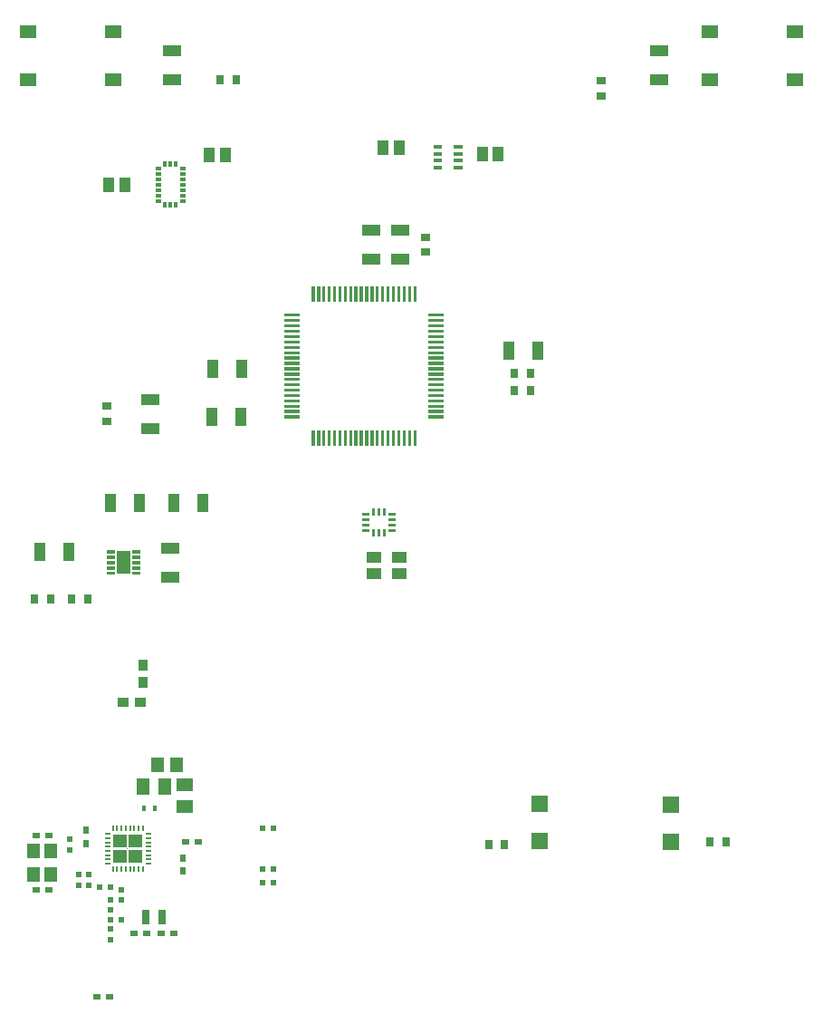
<source format=gtp>
G04 Layer_Color=8421504*
%FSLAX44Y44*%
%MOMM*%
G71*
G01*
G75*
%ADD10R,0.7000X0.9000*%
%ADD11R,1.7000X1.1000*%
%ADD12R,1.1000X1.7000*%
%ADD13R,0.9000X0.7000*%
%ADD15R,0.6000X0.3000*%
%ADD16R,0.3000X0.6000*%
%ADD19R,1.5500X1.3000*%
%ADD20R,0.7000X1.4000*%
%ADD21R,0.6000X0.5000*%
%ADD22R,0.6000X0.5500*%
%ADD23R,0.9500X1.0000*%
%ADD24R,1.1500X1.4500*%
%ADD27R,0.8000X0.6000*%
%ADD28R,0.6000X0.5000*%
%ADD29R,0.5000X0.6000*%
%ADD30R,1.6002X1.2700*%
%ADD31R,0.3810X0.6096*%
%ADD32R,1.2700X1.6002*%
%ADD33R,0.6000X0.8000*%
%ADD34R,1.0000X0.9500*%
%ADD35R,1.1500X1.4000*%
%ADD37O,0.6000X0.2000*%
%ADD38O,0.2000X0.6000*%
%ADD39R,1.1000X1.4000*%
%ADD40R,1.4000X1.1000*%
%ADD43R,0.9000X0.8000*%
%ADD46R,1.5000X1.5000*%
%ADD79R,0.0254X0.0254*%
G36*
X468757Y573024D02*
X465963D01*
Y587756D01*
X468757D01*
Y573024D01*
D02*
G37*
G36*
X463677D02*
X460883D01*
Y587756D01*
X463677D01*
Y573024D01*
D02*
G37*
G36*
X458851D02*
X456057D01*
Y587756D01*
X458851D01*
Y573024D01*
D02*
G37*
G36*
X473837D02*
X471043D01*
Y587756D01*
X473837D01*
Y573024D01*
D02*
G37*
G36*
X488823D02*
X486029D01*
Y587756D01*
X488823D01*
Y573024D01*
D02*
G37*
G36*
X483743D02*
X480949D01*
Y587756D01*
X483743D01*
Y573024D01*
D02*
G37*
G36*
X478917D02*
X476123D01*
Y587756D01*
X478917D01*
Y573024D01*
D02*
G37*
G36*
X433705D02*
X430911D01*
Y587756D01*
X433705D01*
Y573024D01*
D02*
G37*
G36*
X428879D02*
X426085D01*
Y587756D01*
X428879D01*
Y573024D01*
D02*
G37*
G36*
X423799D02*
X421005D01*
Y587756D01*
X423799D01*
Y573024D01*
D02*
G37*
G36*
X438785D02*
X435991D01*
Y587756D01*
X438785D01*
Y573024D01*
D02*
G37*
G36*
X453771D02*
X450977D01*
Y587756D01*
X453771D01*
Y573024D01*
D02*
G37*
G36*
X448691D02*
X445897D01*
Y587756D01*
X448691D01*
Y573024D01*
D02*
G37*
G36*
X443865D02*
X441071D01*
Y587756D01*
X443865D01*
Y573024D01*
D02*
G37*
G36*
X493903D02*
X491109D01*
Y587756D01*
X493903D01*
Y573024D01*
D02*
G37*
G36*
X409956Y608711D02*
X395224D01*
Y611505D01*
X409956D01*
Y608711D01*
D02*
G37*
G36*
X544576Y603885D02*
X529844D01*
Y606679D01*
X544576D01*
Y603885D01*
D02*
G37*
G36*
X409956D02*
X395224D01*
Y606679D01*
X409956D01*
Y603885D01*
D02*
G37*
G36*
X544576Y608711D02*
X529844D01*
Y611505D01*
X544576D01*
Y608711D01*
D02*
G37*
G36*
X409956Y618871D02*
X395224D01*
Y621665D01*
X409956D01*
Y618871D01*
D02*
G37*
G36*
X544576Y613791D02*
X529844D01*
Y616585D01*
X544576D01*
Y613791D01*
D02*
G37*
G36*
X409956D02*
X395224D01*
Y616585D01*
X409956D01*
Y613791D01*
D02*
G37*
G36*
X508889Y573024D02*
X506095D01*
Y587756D01*
X508889D01*
Y573024D01*
D02*
G37*
G36*
X503809D02*
X501015D01*
Y587756D01*
X503809D01*
Y573024D01*
D02*
G37*
G36*
X498729D02*
X495935D01*
Y587756D01*
X498729D01*
Y573024D01*
D02*
G37*
G36*
X513715D02*
X510921D01*
Y587756D01*
X513715D01*
Y573024D01*
D02*
G37*
G36*
X544576Y598805D02*
X529844D01*
Y601599D01*
X544576D01*
Y598805D01*
D02*
G37*
G36*
X409956D02*
X395224D01*
Y601599D01*
X409956D01*
Y598805D01*
D02*
G37*
G36*
X518795Y573024D02*
X516001D01*
Y587756D01*
X518795D01*
Y573024D01*
D02*
G37*
G36*
X236618Y462476D02*
X228998D01*
Y465524D01*
X236618D01*
Y462476D01*
D02*
G37*
G36*
X261002Y457396D02*
X253382D01*
Y460444D01*
X261002D01*
Y457396D01*
D02*
G37*
G36*
X236618D02*
X228998D01*
Y460444D01*
X236618D01*
Y457396D01*
D02*
G37*
G36*
X261002Y462476D02*
X253382D01*
Y465524D01*
X261002D01*
Y462476D01*
D02*
G37*
G36*
X236618Y472382D02*
X228998D01*
Y475430D01*
X236618D01*
Y472382D01*
D02*
G37*
G36*
X261002Y467556D02*
X253382D01*
Y470604D01*
X261002D01*
Y467556D01*
D02*
G37*
G36*
X236618D02*
X228998D01*
Y470604D01*
X236618D01*
Y467556D01*
D02*
G37*
G36*
X248000Y197640D02*
X235710D01*
Y209930D01*
X248000D01*
Y197640D01*
D02*
G37*
G36*
X262290Y183350D02*
X250000D01*
Y195640D01*
X262290D01*
Y183350D01*
D02*
G37*
G36*
X248000D02*
X235710D01*
Y195640D01*
X248000D01*
Y183350D01*
D02*
G37*
G36*
X262290Y197640D02*
X250000D01*
Y209930D01*
X262290D01*
Y197640D01*
D02*
G37*
G36*
X251477Y453459D02*
X238523D01*
Y474541D01*
X251477D01*
Y453459D01*
D02*
G37*
G36*
X261002Y452570D02*
X253382D01*
Y455618D01*
X261002D01*
Y452570D01*
D02*
G37*
G36*
X236618D02*
X228998D01*
Y455618D01*
X236618D01*
Y452570D01*
D02*
G37*
G36*
X261002Y472382D02*
X253382D01*
Y475430D01*
X261002D01*
Y472382D01*
D02*
G37*
G36*
X474596Y507830D02*
X467846D01*
Y510330D01*
X474596D01*
Y507830D01*
D02*
G37*
G36*
X499846Y502830D02*
X493096D01*
Y505330D01*
X499846D01*
Y502830D01*
D02*
G37*
G36*
X474596D02*
X467846D01*
Y505330D01*
X474596D01*
Y502830D01*
D02*
G37*
G36*
X499846Y507830D02*
X493096D01*
Y510330D01*
X499846D01*
Y507830D01*
D02*
G37*
G36*
X490096Y508330D02*
X487596D01*
Y515080D01*
X490096D01*
Y508330D01*
D02*
G37*
G36*
X485096D02*
X482596D01*
Y515080D01*
X485096D01*
Y508330D01*
D02*
G37*
G36*
X480096D02*
X477596D01*
Y515080D01*
X480096D01*
Y508330D01*
D02*
G37*
G36*
X490096Y488080D02*
X487596D01*
Y494830D01*
X490096D01*
Y488080D01*
D02*
G37*
G36*
X485096D02*
X482596D01*
Y494830D01*
X485096D01*
Y488080D01*
D02*
G37*
G36*
X480096D02*
X477596D01*
Y494830D01*
X480096D01*
Y488080D01*
D02*
G37*
G36*
X474596Y492830D02*
X467846D01*
Y495330D01*
X474596D01*
Y492830D01*
D02*
G37*
G36*
X499846Y497830D02*
X493096D01*
Y500330D01*
X499846D01*
Y497830D01*
D02*
G37*
G36*
X474596D02*
X467846D01*
Y500330D01*
X474596D01*
Y497830D01*
D02*
G37*
G36*
X499846Y492830D02*
X493096D01*
Y495330D01*
X499846D01*
Y492830D01*
D02*
G37*
G36*
X544576Y618871D02*
X529844D01*
Y621665D01*
X544576D01*
Y618871D01*
D02*
G37*
G36*
X463677Y707644D02*
X460883D01*
Y722376D01*
X463677D01*
Y707644D01*
D02*
G37*
G36*
X458851D02*
X456057D01*
Y722376D01*
X458851D01*
Y707644D01*
D02*
G37*
G36*
X453771D02*
X450977D01*
Y722376D01*
X453771D01*
Y707644D01*
D02*
G37*
G36*
X468757D02*
X465963D01*
Y722376D01*
X468757D01*
Y707644D01*
D02*
G37*
G36*
X483743D02*
X480949D01*
Y722376D01*
X483743D01*
Y707644D01*
D02*
G37*
G36*
X478917D02*
X476123D01*
Y722376D01*
X478917D01*
Y707644D01*
D02*
G37*
G36*
X473837D02*
X471043D01*
Y722376D01*
X473837D01*
Y707644D01*
D02*
G37*
G36*
X428879D02*
X426085D01*
Y722376D01*
X428879D01*
Y707644D01*
D02*
G37*
G36*
X423799D02*
X421005D01*
Y722376D01*
X423799D01*
Y707644D01*
D02*
G37*
G36*
X544576Y693801D02*
X529844D01*
Y696595D01*
X544576D01*
Y693801D01*
D02*
G37*
G36*
X433705Y707644D02*
X430911D01*
Y722376D01*
X433705D01*
Y707644D01*
D02*
G37*
G36*
X448691D02*
X445897D01*
Y722376D01*
X448691D01*
Y707644D01*
D02*
G37*
G36*
X443865D02*
X441071D01*
Y722376D01*
X443865D01*
Y707644D01*
D02*
G37*
G36*
X438785D02*
X435991D01*
Y722376D01*
X438785D01*
Y707644D01*
D02*
G37*
G36*
X488823D02*
X486029D01*
Y722376D01*
X488823D01*
Y707644D01*
D02*
G37*
G36*
X562000Y837750D02*
X554000D01*
Y841250D01*
X562000D01*
Y837750D01*
D02*
G37*
G36*
X543000D02*
X535000D01*
Y841250D01*
X543000D01*
Y837750D01*
D02*
G37*
G36*
X562000Y831250D02*
X554000D01*
Y834750D01*
X562000D01*
Y831250D01*
D02*
G37*
G36*
X543000Y844250D02*
X535000D01*
Y847750D01*
X543000D01*
Y844250D01*
D02*
G37*
G36*
X562000Y850750D02*
X554000D01*
Y854250D01*
X562000D01*
Y850750D01*
D02*
G37*
G36*
X543000D02*
X535000D01*
Y854250D01*
X543000D01*
Y850750D01*
D02*
G37*
G36*
X562000Y844250D02*
X554000D01*
Y847750D01*
X562000D01*
Y844250D01*
D02*
G37*
G36*
X503809Y707644D02*
X501015D01*
Y722376D01*
X503809D01*
Y707644D01*
D02*
G37*
G36*
X498729D02*
X495935D01*
Y722376D01*
X498729D01*
Y707644D01*
D02*
G37*
G36*
X493903D02*
X491109D01*
Y722376D01*
X493903D01*
Y707644D01*
D02*
G37*
G36*
X508889D02*
X506095D01*
Y722376D01*
X508889D01*
Y707644D01*
D02*
G37*
G36*
X543000Y831250D02*
X535000D01*
Y834750D01*
X543000D01*
Y831250D01*
D02*
G37*
G36*
X518795Y707644D02*
X516001D01*
Y722376D01*
X518795D01*
Y707644D01*
D02*
G37*
G36*
X513715D02*
X510921D01*
Y722376D01*
X513715D01*
Y707644D01*
D02*
G37*
G36*
X544576Y643763D02*
X529844D01*
Y646557D01*
X544576D01*
Y643763D01*
D02*
G37*
G36*
X409956D02*
X395224D01*
Y646557D01*
X409956D01*
Y643763D01*
D02*
G37*
G36*
X544576Y638683D02*
X529844D01*
Y641477D01*
X544576D01*
Y638683D01*
D02*
G37*
G36*
X409956Y648843D02*
X395224D01*
Y651637D01*
X409956D01*
Y648843D01*
D02*
G37*
G36*
X544576Y653923D02*
X529844D01*
Y656717D01*
X544576D01*
Y653923D01*
D02*
G37*
G36*
X409956D02*
X395224D01*
Y656717D01*
X409956D01*
Y653923D01*
D02*
G37*
G36*
X544576Y648843D02*
X529844D01*
Y651637D01*
X544576D01*
Y648843D01*
D02*
G37*
G36*
X409956Y628777D02*
X395224D01*
Y631571D01*
X409956D01*
Y628777D01*
D02*
G37*
G36*
X544576Y623697D02*
X529844D01*
Y626491D01*
X544576D01*
Y623697D01*
D02*
G37*
G36*
X409956D02*
X395224D01*
Y626491D01*
X409956D01*
Y623697D01*
D02*
G37*
G36*
X544576Y628777D02*
X529844D01*
Y631571D01*
X544576D01*
Y628777D01*
D02*
G37*
G36*
X409956Y638683D02*
X395224D01*
Y641477D01*
X409956D01*
Y638683D01*
D02*
G37*
G36*
X544576Y633857D02*
X529844D01*
Y636651D01*
X544576D01*
Y633857D01*
D02*
G37*
G36*
X409956D02*
X395224D01*
Y636651D01*
X409956D01*
Y633857D01*
D02*
G37*
G36*
Y658749D02*
X395224D01*
Y661543D01*
X409956D01*
Y658749D01*
D02*
G37*
G36*
Y683895D02*
X395224D01*
Y686689D01*
X409956D01*
Y683895D01*
D02*
G37*
G36*
X544576Y678815D02*
X529844D01*
Y681609D01*
X544576D01*
Y678815D01*
D02*
G37*
G36*
X409956D02*
X395224D01*
Y681609D01*
X409956D01*
Y678815D01*
D02*
G37*
G36*
X544576Y683895D02*
X529844D01*
Y686689D01*
X544576D01*
Y683895D01*
D02*
G37*
G36*
X409956Y693801D02*
X395224D01*
Y696595D01*
X409956D01*
Y693801D01*
D02*
G37*
G36*
X544576Y688721D02*
X529844D01*
Y691515D01*
X544576D01*
Y688721D01*
D02*
G37*
G36*
X409956D02*
X395224D01*
Y691515D01*
X409956D01*
Y688721D01*
D02*
G37*
G36*
X544576Y663829D02*
X529844D01*
Y666623D01*
X544576D01*
Y663829D01*
D02*
G37*
G36*
X409956D02*
X395224D01*
Y666623D01*
X409956D01*
Y663829D01*
D02*
G37*
G36*
X544576Y658749D02*
X529844D01*
Y661543D01*
X544576D01*
Y658749D01*
D02*
G37*
G36*
X409956Y668909D02*
X395224D01*
Y671703D01*
X409956D01*
Y668909D01*
D02*
G37*
G36*
X544576Y673735D02*
X529844D01*
Y676529D01*
X544576D01*
Y673735D01*
D02*
G37*
G36*
X409956D02*
X395224D01*
Y676529D01*
X409956D01*
Y673735D01*
D02*
G37*
G36*
X544576Y668909D02*
X529844D01*
Y671703D01*
X544576D01*
Y668909D01*
D02*
G37*
D10*
X808108Y203200D02*
D03*
X793108D02*
D03*
X586352Y200406D02*
D03*
X601352D02*
D03*
X335654Y914908D02*
D03*
X350654D02*
D03*
X610500Y625000D02*
D03*
X625500D02*
D03*
X610500Y641000D02*
D03*
X625500D02*
D03*
X211500Y430000D02*
D03*
X196500D02*
D03*
X177000Y430000D02*
D03*
X162000D02*
D03*
D11*
X290000Y915500D02*
D03*
Y942500D02*
D03*
X746000Y915000D02*
D03*
Y942000D02*
D03*
X477000Y774500D02*
D03*
Y747500D02*
D03*
X504000Y774500D02*
D03*
Y747500D02*
D03*
X270000Y616500D02*
D03*
Y589500D02*
D03*
X288544Y477050D02*
D03*
Y450050D02*
D03*
D12*
X233000Y520000D02*
D03*
X260000D02*
D03*
X292000D02*
D03*
X319000D02*
D03*
X193500Y474000D02*
D03*
X166500D02*
D03*
X328000Y600000D02*
D03*
X355000D02*
D03*
X355500Y645000D02*
D03*
X328500D02*
D03*
X605500Y662000D02*
D03*
X632500D02*
D03*
D13*
X692000Y914500D02*
D03*
Y899500D02*
D03*
D15*
X300500Y832000D02*
D03*
Y827000D02*
D03*
Y822000D02*
D03*
Y817000D02*
D03*
Y812000D02*
D03*
Y807000D02*
D03*
Y802000D02*
D03*
X277500D02*
D03*
Y807000D02*
D03*
Y812000D02*
D03*
Y817000D02*
D03*
Y822000D02*
D03*
Y827000D02*
D03*
Y832000D02*
D03*
D16*
X294000Y798000D02*
D03*
X289000D02*
D03*
X284000D02*
D03*
Y836000D02*
D03*
X289000D02*
D03*
X294000D02*
D03*
D19*
X235580Y915340D02*
D03*
X155580D02*
D03*
X235580Y960340D02*
D03*
X155580D02*
D03*
X873120Y915340D02*
D03*
X793120D02*
D03*
X873120Y960340D02*
D03*
X793120D02*
D03*
D20*
X265630Y133140D02*
D03*
X280630D02*
D03*
D21*
X385064Y164636D02*
D03*
X375064D02*
D03*
X385064Y177336D02*
D03*
X375064D02*
D03*
X385064Y215436D02*
D03*
X375064D02*
D03*
D22*
X232490Y149320D02*
D03*
Y139820D02*
D03*
X242650Y158210D02*
D03*
Y148710D02*
D03*
D23*
X263000Y352000D02*
D03*
Y368000D02*
D03*
D24*
X294830Y275380D02*
D03*
X276830D02*
D03*
D27*
X314690Y202990D02*
D03*
X302690D02*
D03*
X254430Y117900D02*
D03*
X266430D02*
D03*
X279830D02*
D03*
X291830D02*
D03*
X220140Y58718D02*
D03*
X232140D02*
D03*
X162990Y209340D02*
D03*
X174990D02*
D03*
Y158540D02*
D03*
X162990D02*
D03*
D28*
X242570Y130600D02*
D03*
X232570D02*
D03*
X222410Y161080D02*
D03*
X232410D02*
D03*
D29*
X232490Y121630D02*
D03*
Y111630D02*
D03*
X203280Y162430D02*
D03*
Y172430D02*
D03*
X212170Y162430D02*
D03*
Y172430D02*
D03*
X194390Y195450D02*
D03*
Y205450D02*
D03*
D30*
X302340Y256838D02*
D03*
Y236518D02*
D03*
D31*
X263960Y234740D02*
D03*
X274120D02*
D03*
D32*
X283290Y255060D02*
D03*
X262970D02*
D03*
D33*
X209750Y201750D02*
D03*
Y213750D02*
D03*
X300816Y175654D02*
D03*
Y187654D02*
D03*
D34*
X261000Y333500D02*
D03*
X245000D02*
D03*
D35*
X160990Y194940D02*
D03*
X176990D02*
D03*
Y172940D02*
D03*
X160990D02*
D03*
D37*
X230000Y182640D02*
D03*
Y186640D02*
D03*
Y190640D02*
D03*
Y194640D02*
D03*
Y198640D02*
D03*
Y202640D02*
D03*
Y206640D02*
D03*
Y210640D02*
D03*
X268000D02*
D03*
Y206640D02*
D03*
Y202640D02*
D03*
Y198640D02*
D03*
Y194640D02*
D03*
Y190640D02*
D03*
Y186640D02*
D03*
Y182640D02*
D03*
D38*
X235000Y215640D02*
D03*
X239000D02*
D03*
X243000D02*
D03*
X247000D02*
D03*
X251000D02*
D03*
X255000D02*
D03*
X259000D02*
D03*
X263000D02*
D03*
Y177640D02*
D03*
X259000D02*
D03*
X255000D02*
D03*
X251000D02*
D03*
X247000D02*
D03*
X243000D02*
D03*
X239000D02*
D03*
X235000D02*
D03*
D39*
X488000Y852000D02*
D03*
X503000D02*
D03*
X595510Y845820D02*
D03*
X580510D02*
D03*
X231500Y817000D02*
D03*
X246500D02*
D03*
X340500Y845000D02*
D03*
X325500D02*
D03*
D40*
X478846Y453580D02*
D03*
Y468580D02*
D03*
X503174Y453630D02*
D03*
Y468630D02*
D03*
D43*
X229000Y610000D02*
D03*
Y596000D02*
D03*
X527304Y754238D02*
D03*
Y768238D02*
D03*
D46*
X634492Y203988D02*
D03*
Y238988D02*
D03*
X757174Y203200D02*
D03*
Y238200D02*
D03*
D79*
X249000Y196640D02*
D03*
M02*

</source>
